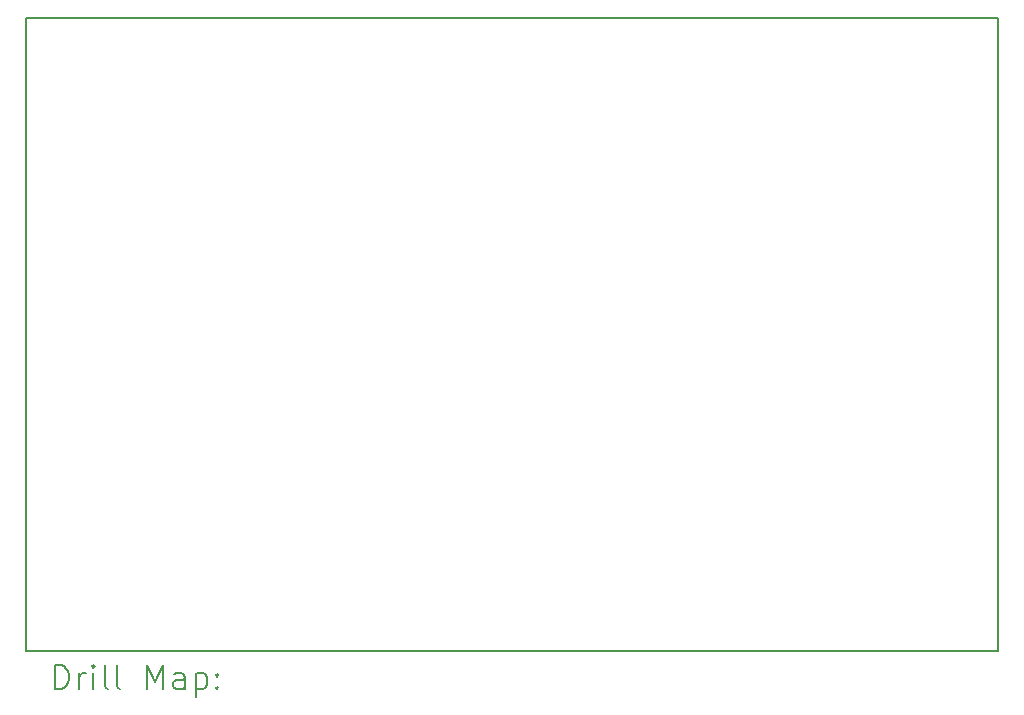
<source format=gbr>
%TF.GenerationSoftware,KiCad,Pcbnew,9.0.4*%
%TF.CreationDate,2026-01-06T16:32:53+03:00*%
%TF.ProjectId,pico-hd-mcu-v3,7069636f-2d68-4642-9d6d-63752d76332e,rev?*%
%TF.SameCoordinates,Original*%
%TF.FileFunction,Drillmap*%
%TF.FilePolarity,Positive*%
%FSLAX45Y45*%
G04 Gerber Fmt 4.5, Leading zero omitted, Abs format (unit mm)*
G04 Created by KiCad (PCBNEW 9.0.4) date 2026-01-06 16:32:53*
%MOMM*%
%LPD*%
G01*
G04 APERTURE LIST*
%ADD10C,0.200000*%
G04 APERTURE END LIST*
D10*
X3647000Y-2104000D02*
X11882250Y-2104000D01*
X11882250Y-7465000D01*
X3647000Y-7465000D01*
X3647000Y-2104000D01*
X3897777Y-7786484D02*
X3897777Y-7586484D01*
X3897777Y-7586484D02*
X3945396Y-7586484D01*
X3945396Y-7586484D02*
X3973967Y-7596008D01*
X3973967Y-7596008D02*
X3993015Y-7615055D01*
X3993015Y-7615055D02*
X4002539Y-7634103D01*
X4002539Y-7634103D02*
X4012062Y-7672198D01*
X4012062Y-7672198D02*
X4012062Y-7700769D01*
X4012062Y-7700769D02*
X4002539Y-7738865D01*
X4002539Y-7738865D02*
X3993015Y-7757912D01*
X3993015Y-7757912D02*
X3973967Y-7776960D01*
X3973967Y-7776960D02*
X3945396Y-7786484D01*
X3945396Y-7786484D02*
X3897777Y-7786484D01*
X4097777Y-7786484D02*
X4097777Y-7653150D01*
X4097777Y-7691246D02*
X4107301Y-7672198D01*
X4107301Y-7672198D02*
X4116824Y-7662674D01*
X4116824Y-7662674D02*
X4135872Y-7653150D01*
X4135872Y-7653150D02*
X4154920Y-7653150D01*
X4221586Y-7786484D02*
X4221586Y-7653150D01*
X4221586Y-7586484D02*
X4212063Y-7596008D01*
X4212063Y-7596008D02*
X4221586Y-7605531D01*
X4221586Y-7605531D02*
X4231110Y-7596008D01*
X4231110Y-7596008D02*
X4221586Y-7586484D01*
X4221586Y-7586484D02*
X4221586Y-7605531D01*
X4345396Y-7786484D02*
X4326348Y-7776960D01*
X4326348Y-7776960D02*
X4316824Y-7757912D01*
X4316824Y-7757912D02*
X4316824Y-7586484D01*
X4450158Y-7786484D02*
X4431110Y-7776960D01*
X4431110Y-7776960D02*
X4421586Y-7757912D01*
X4421586Y-7757912D02*
X4421586Y-7586484D01*
X4678729Y-7786484D02*
X4678729Y-7586484D01*
X4678729Y-7586484D02*
X4745396Y-7729341D01*
X4745396Y-7729341D02*
X4812063Y-7586484D01*
X4812063Y-7586484D02*
X4812063Y-7786484D01*
X4993015Y-7786484D02*
X4993015Y-7681722D01*
X4993015Y-7681722D02*
X4983491Y-7662674D01*
X4983491Y-7662674D02*
X4964444Y-7653150D01*
X4964444Y-7653150D02*
X4926348Y-7653150D01*
X4926348Y-7653150D02*
X4907301Y-7662674D01*
X4993015Y-7776960D02*
X4973967Y-7786484D01*
X4973967Y-7786484D02*
X4926348Y-7786484D01*
X4926348Y-7786484D02*
X4907301Y-7776960D01*
X4907301Y-7776960D02*
X4897777Y-7757912D01*
X4897777Y-7757912D02*
X4897777Y-7738865D01*
X4897777Y-7738865D02*
X4907301Y-7719817D01*
X4907301Y-7719817D02*
X4926348Y-7710293D01*
X4926348Y-7710293D02*
X4973967Y-7710293D01*
X4973967Y-7710293D02*
X4993015Y-7700769D01*
X5088253Y-7653150D02*
X5088253Y-7853150D01*
X5088253Y-7662674D02*
X5107301Y-7653150D01*
X5107301Y-7653150D02*
X5145396Y-7653150D01*
X5145396Y-7653150D02*
X5164444Y-7662674D01*
X5164444Y-7662674D02*
X5173967Y-7672198D01*
X5173967Y-7672198D02*
X5183491Y-7691246D01*
X5183491Y-7691246D02*
X5183491Y-7748388D01*
X5183491Y-7748388D02*
X5173967Y-7767436D01*
X5173967Y-7767436D02*
X5164444Y-7776960D01*
X5164444Y-7776960D02*
X5145396Y-7786484D01*
X5145396Y-7786484D02*
X5107301Y-7786484D01*
X5107301Y-7786484D02*
X5088253Y-7776960D01*
X5269205Y-7767436D02*
X5278729Y-7776960D01*
X5278729Y-7776960D02*
X5269205Y-7786484D01*
X5269205Y-7786484D02*
X5259682Y-7776960D01*
X5259682Y-7776960D02*
X5269205Y-7767436D01*
X5269205Y-7767436D02*
X5269205Y-7786484D01*
X5269205Y-7662674D02*
X5278729Y-7672198D01*
X5278729Y-7672198D02*
X5269205Y-7681722D01*
X5269205Y-7681722D02*
X5259682Y-7672198D01*
X5259682Y-7672198D02*
X5269205Y-7662674D01*
X5269205Y-7662674D02*
X5269205Y-7681722D01*
M02*

</source>
